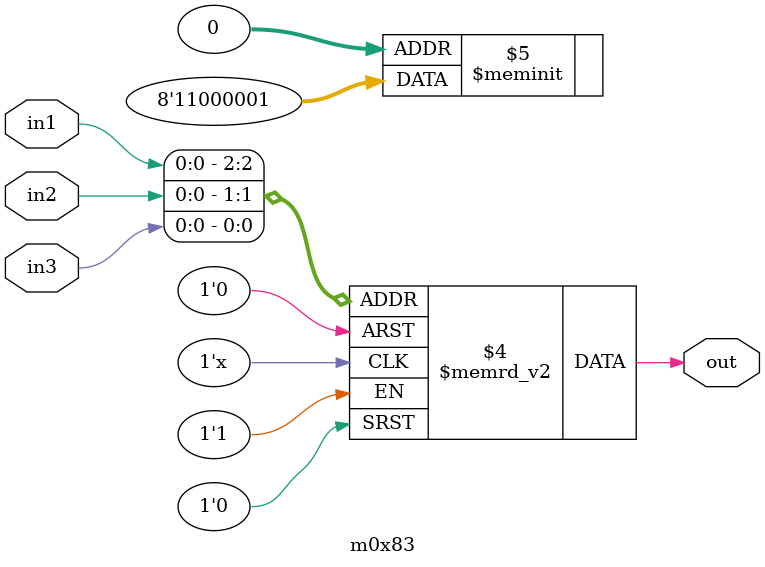
<source format=v>
module m0x83(output out, input in1, in2, in3);

   always @(in1, in2, in3)
     begin
        case({in1, in2, in3})
          3'b000: {out} = 1'b1;
          3'b001: {out} = 1'b0;
          3'b010: {out} = 1'b0;
          3'b011: {out} = 1'b0;
          3'b100: {out} = 1'b0;
          3'b101: {out} = 1'b0;
          3'b110: {out} = 1'b1;
          3'b111: {out} = 1'b1;
        endcase // case ({in1, in2, in3})
     end // always @ (in1, in2, in3)

endmodule // m0x83
</source>
